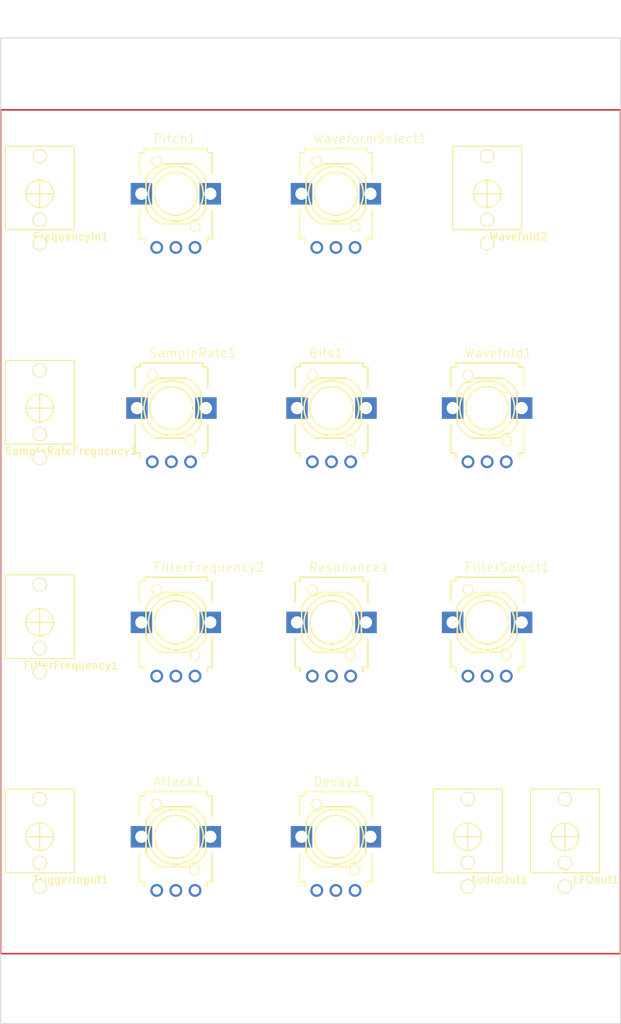
<source format=kicad_pcb>
(kicad_pcb (version 20221018) (generator pcbnew)
  (layers (0 "F.Cu" signal) (31 "B.Cu" signal) (34 "B.Paste" user) (35 "F.Paste" user) (36 "B.SilkS" user "B.Silkscreen") (37 "F.SilkS" user "F.Silkscreen") (38 "B.Mask" user) (39 "F.Mask" user) (44 "Edge.Cuts" user))
  (net 0 "")
  (footprint "Thonkiconn:PJ301M-12" (layer "F.Cu") (at 35.08 134.14)
    (fp_text reference "TriggerInput1" (at 4.064 5.588) (layer "F.SilkS"))
    (fp_text value "PJ301M-12")
    (fp_line (start -4.5 -6.2) (end -4.5 4.7) (stroke (width 0.15)) (layer "F.SilkS"))
    (fp_line (start -4.5 -6.2) (end 4.5 -6.2) (stroke (width 0.15)) (layer "F.SilkS"))
    (fp_line (start -4.5 4.7) (end 4.5 4.7) (stroke (width 0.15)) (layer "F.SilkS"))
    (fp_line (start -1.8 0) (end 1.8 0) (stroke (width 0.15)) (layer "F.SilkS"))
    (fp_line (start 0 -1.8) (end 0 1.8) (stroke (width 0.15)) (layer "F.SilkS"))
    (fp_line (start 4.5 -6.2) (end 4.5 4.7) (stroke (width 0.15)) (layer "F.SilkS"))
    (fp_circle (center 0 0) (end 1.8 0) (stroke (width 0.15)) (fill none) (layer "F.SilkS"))
    (pad "1" thru_hole circle (at 0 6.48) (size 1.8 1.8) (drill 1.6) (layers "*.Cu" "*.Mask" "F.SilkS"))
    (pad "2" thru_hole circle (at 0 3.38) (size 1.8 1.8) (drill 1.6) (layers "*.Cu" "*.Mask" "F.SilkS"))
    (pad "3" thru_hole circle (at 0 -4.92) (size 1.8 1.8) (drill 1.6) (layers "*.Cu" "*.Mask" "F.SilkS"))
  )
  (footprint "Thonkiconn:PJ301M-12" (layer "F.Cu") (at 35.08 50.32)
    (fp_text reference "FrequencyIn1" (at 4.064 5.588) (layer "F.SilkS"))
    (fp_text value "PJ301M-12")
    (fp_line (start -4.5 -6.2) (end -4.5 4.7) (stroke (width 0.15)) (layer "F.SilkS"))
    (fp_line (start -4.5 -6.2) (end 4.5 -6.2) (stroke (width 0.15)) (layer "F.SilkS"))
    (fp_line (start -4.5 4.7) (end 4.5 4.7) (stroke (width 0.15)) (layer "F.SilkS"))
    (fp_line (start -1.8 0) (end 1.8 0) (stroke (width 0.15)) (layer "F.SilkS"))
    (fp_line (start 0 -1.8) (end 0 1.8) (stroke (width 0.15)) (layer "F.SilkS"))
    (fp_line (start 4.5 -6.2) (end 4.5 4.7) (stroke (width 0.15)) (layer "F.SilkS"))
    (fp_circle (center 0 0) (end 1.8 0) (stroke (width 0.15)) (fill none) (layer "F.SilkS"))
    (pad "1" thru_hole circle (at 0 6.48) (size 1.8 1.8) (drill 1.6) (layers "*.Cu" "*.Mask" "F.SilkS"))
    (pad "2" thru_hole circle (at 0 3.38) (size 1.8 1.8) (drill 1.6) (layers "*.Cu" "*.Mask" "F.SilkS"))
    (pad "3" thru_hole circle (at 0 -4.92) (size 1.8 1.8) (drill 1.6) (layers "*.Cu" "*.Mask" "F.SilkS"))
  )
  (footprint "Alpha potentiometer eurorack:EVUFXL" (layer "F.Cu") (at 52.86 106.2)
    (fp_text reference "FilterFrequency2" (at -3 -6.5) (layer "F.SilkS") (effects (font (size 1.1684 1.1684) (thickness 0.1016)) (justify left bottom)))
    (fp_text value "B10k")
    (fp_line (start -4.75 -2.65) (end -4.75 -5.35) (stroke (width 0.2032)) (layer "F.SilkS"))
    (fp_line (start -4.75 5.85) (end -4.75 2.15) (stroke (width 0.2032)) (layer "F.SilkS"))
    (fp_line (start -4.75 5.85) (end -4.1 5.85) (stroke (width 0.2032)) (layer "F.SilkS"))
    (fp_line (start -4.1 -5.9) (end -4.1 -5.35) (stroke (width 0.2032)) (layer "F.SilkS"))
    (fp_line (start -4.1 -5.9) (end 4.1 -5.9) (stroke (width 0.2032)) (layer "F.SilkS"))
    (fp_line (start -4.1 -5.35) (end -4.75 -5.35) (stroke (width 0.2032)) (layer "F.SilkS"))
    (fp_line (start -4.1 5.85) (end -4.1 6.4) (stroke (width 0.2032)) (layer "F.SilkS"))
    (fp_line (start -3.9 -2.05) (end -3.9 2.05) (stroke (width 0.2032)) (layer "F.SilkS"))
    (fp_line (start -1.7 -3.9) (end 2.05 -3.9) (stroke (width 0.2032)) (layer "F.SilkS"))
    (fp_line (start 1.7 3.9) (end -2.05 3.9) (stroke (width 0.2032)) (layer "F.SilkS"))
    (fp_line (start 3.9 2.05) (end 3.9 -2.05) (stroke (width 0.2032)) (layer "F.SilkS"))
    (fp_line (start 4.1 -5.35) (end 4.1 -5.9) (stroke (width 0.2032)) (layer "F.SilkS"))
    (fp_line (start 4.1 5.85) (end 4.75 5.85) (stroke (width 0.2032)) (layer "F.SilkS"))
    (fp_line (start 4.1 6.4) (end 4.1 5.85) (stroke (width 0.2032)) (layer "F.SilkS"))
    (fp_line (start 4.75 -5.35) (end 4.1 -5.35) (stroke (width 0.2032)) (layer "F.SilkS"))
    (fp_line (start 4.75 -5.35) (end 4.75 -2.65) (stroke (width 0.2032)) (layer "F.SilkS"))
    (fp_line (start 4.75 2.15) (end 4.75 5.85) (stroke (width 0.2032)) (layer "F.SilkS"))
    (fp_arc (start -3.9 -2.05) (mid -3.402413 -2.802246) (end -2.75 -3.425) (stroke (width 0.2032)) (layer "F.SilkS"))
    (fp_arc (start -2.05 3.9) (mid -3.115486 3.115486) (end -3.9 2.05) (stroke (width 0.2032)) (layer "F.SilkS"))
    (fp_arc (start -1.700001 -3.899999) (mid -2.138487 -3.471258) (end -2.75 -3.425) (stroke (width 0.2032)) (layer "F.SilkS"))
    (fp_arc (start 1.700001 3.899999) (mid 2.138487 3.471258) (end 2.75 3.425) (stroke (width 0.2032)) (layer "F.SilkS"))
    (fp_arc (start 2.05 -3.9) (mid 3.115486 -3.115486) (end 3.9 -2.05) (stroke (width 0.2032)) (layer "F.SilkS"))
    (fp_arc (start 3.9 2.05) (mid 3.402413 2.802246) (end 2.75 3.425) (stroke (width 0.2032)) (layer "F.SilkS"))
    (fp_circle (center -2.5 -4.3) (end -1.85 -4.3) (stroke (width 0.1016)) (fill none) (layer "F.SilkS"))
    (fp_circle (center 0 0) (end 2.8 0) (stroke (width 0.2032)) (fill none) (layer "F.SilkS"))
    (fp_circle (center 0 0) (end 3.575 0) (stroke (width 0.2032)) (fill none) (layer "F.SilkS"))
    (fp_circle (center 2.5 4.3) (end 3.15 4.3) (stroke (width 0.1016)) (fill none) (layer "F.SilkS"))
    (pad "1" thru_hole circle (at -2.5 7 270) (size 1.6764 1.6764) (drill 1.1) (layers "*.Cu" "*.Mask"))
    (pad "2" thru_hole circle (at 0 7 270) (size 1.6764 1.6764) (drill 1.1) (layers "*.Cu" "*.Mask"))
    (pad "3" thru_hole circle (at 2.5 7 270) (size 1.6764 1.6764) (drill 1.1) (layers "*.Cu" "*.Mask"))
    (pad "M1" thru_hole rect (at 4.5 0 270) (size 2.8 2.8) (drill 1.6) (layers "*.Cu" "*.Mask"))
    (pad "M2" thru_hole rect (at -4.5 0 270) (size 2.8 2.8) (drill 1.6) (layers "*.Cu" "*.Mask"))
  )
  (footprint "Thonkiconn:PJ301M-12" (layer "F.Cu") (at 103.66 134.14)
    (fp_text reference "LFOout1" (at 4.064 5.588) (layer "F.SilkS"))
    (fp_text value "PJ301M-12")
    (fp_line (start -4.5 -6.2) (end -4.5 4.7) (stroke (width 0.15)) (layer "F.SilkS"))
    (fp_line (start -4.5 -6.2) (end 4.5 -6.2) (stroke (width 0.15)) (layer "F.SilkS"))
    (fp_line (start -4.5 4.7) (end 4.5 4.7) (stroke (width 0.15)) (layer "F.SilkS"))
    (fp_line (start -1.8 0) (end 1.8 0) (stroke (width 0.15)) (layer "F.SilkS"))
    (fp_line (start 0 -1.8) (end 0 1.8) (stroke (width 0.15)) (layer "F.SilkS"))
    (fp_line (start 4.5 -6.2) (end 4.5 4.7) (stroke (width 0.15)) (layer "F.SilkS"))
    (fp_circle (center 0 0) (end 1.8 0) (stroke (width 0.15)) (fill none) (layer "F.SilkS"))
    (pad "1" thru_hole circle (at 0 6.48) (size 1.8 1.8) (drill 1.6) (layers "*.Cu" "*.Mask" "F.SilkS"))
    (pad "2" thru_hole circle (at 0 3.38) (size 1.8 1.8) (drill 1.6) (layers "*.Cu" "*.Mask" "F.SilkS"))
    (pad "3" thru_hole circle (at 0 -4.92) (size 1.8 1.8) (drill 1.6) (layers "*.Cu" "*.Mask" "F.SilkS"))
  )
  (footprint "Alpha potentiometer eurorack:EVUFXL" (layer "F.Cu") (at 73.18 78.26)
    (fp_text reference "Bits1" (at -3 -6.5) (layer "F.SilkS") (effects (font (size 1.1684 1.1684) (thickness 0.1016)) (justify left bottom)))
    (fp_text value "B10k")
    (fp_line (start -4.75 -2.65) (end -4.75 -5.35) (stroke (width 0.2032)) (layer "F.SilkS"))
    (fp_line (start -4.75 5.85) (end -4.75 2.15) (stroke (width 0.2032)) (layer "F.SilkS"))
    (fp_line (start -4.75 5.85) (end -4.1 5.85) (stroke (width 0.2032)) (layer "F.SilkS"))
    (fp_line (start -4.1 -5.9) (end -4.1 -5.35) (stroke (width 0.2032)) (layer "F.SilkS"))
    (fp_line (start -4.1 -5.9) (end 4.1 -5.9) (stroke (width 0.2032)) (layer "F.SilkS"))
    (fp_line (start -4.1 -5.35) (end -4.75 -5.35) (stroke (width 0.2032)) (layer "F.SilkS"))
    (fp_line (start -4.1 5.85) (end -4.1 6.4) (stroke (width 0.2032)) (layer "F.SilkS"))
    (fp_line (start -3.9 -2.05) (end -3.9 2.05) (stroke (width 0.2032)) (layer "F.SilkS"))
    (fp_line (start -1.7 -3.9) (end 2.05 -3.9) (stroke (width 0.2032)) (layer "F.SilkS"))
    (fp_line (start 1.7 3.9) (end -2.05 3.9) (stroke (width 0.2032)) (layer "F.SilkS"))
    (fp_line (start 3.9 2.05) (end 3.9 -2.05) (stroke (width 0.2032)) (layer "F.SilkS"))
    (fp_line (start 4.1 -5.35) (end 4.1 -5.9) (stroke (width 0.2032)) (layer "F.SilkS"))
    (fp_line (start 4.1 5.85) (end 4.75 5.85) (stroke (width 0.2032)) (layer "F.SilkS"))
    (fp_line (start 4.1 6.4) (end 4.1 5.85) (stroke (width 0.2032)) (layer "F.SilkS"))
    (fp_line (start 4.75 -5.35) (end 4.1 -5.35) (stroke (width 0.2032)) (layer "F.SilkS"))
    (fp_line (start 4.75 -5.35) (end 4.75 -2.65) (stroke (width 0.2032)) (layer "F.SilkS"))
    (fp_line (start 4.75 2.15) (end 4.75 5.85) (stroke (width 0.2032)) (layer "F.SilkS"))
    (fp_arc (start -3.9 -2.05) (mid -3.402413 -2.802246) (end -2.75 -3.425) (stroke (width 0.2032)) (layer "F.SilkS"))
    (fp_arc (start -2.05 3.9) (mid -3.115486 3.115486) (end -3.9 2.05) (stroke (width 0.2032)) (layer "F.SilkS"))
    (fp_arc (start -1.700001 -3.899999) (mid -2.138487 -3.471258) (end -2.75 -3.425) (stroke (width 0.2032)) (layer "F.SilkS"))
    (fp_arc (start 1.700001 3.899999) (mid 2.138487 3.471258) (end 2.75 3.425) (stroke (width 0.2032)) (layer "F.SilkS"))
    (fp_arc (start 2.05 -3.9) (mid 3.115486 -3.115486) (end 3.9 -2.05) (stroke (width 0.2032)) (layer "F.SilkS"))
    (fp_arc (start 3.9 2.05) (mid 3.402413 2.802246) (end 2.75 3.425) (stroke (width 0.2032)) (layer "F.SilkS"))
    (fp_circle (center -2.5 -4.3) (end -1.85 -4.3) (stroke (width 0.1016)) (fill none) (layer "F.SilkS"))
    (fp_circle (center 0 0) (end 2.8 0) (stroke (width 0.2032)) (fill none) (layer "F.SilkS"))
    (fp_circle (center 0 0) (end 3.575 0) (stroke (width 0.2032)) (fill none) (layer "F.SilkS"))
    (fp_circle (center 2.5 4.3) (end 3.15 4.3) (stroke (width 0.1016)) (fill none) (layer "F.SilkS"))
    (pad "1" thru_hole circle (at -2.5 7 270) (size 1.6764 1.6764) (drill 1.1) (layers "*.Cu" "*.Mask"))
    (pad "2" thru_hole circle (at 0 7 270) (size 1.6764 1.6764) (drill 1.1) (layers "*.Cu" "*.Mask"))
    (pad "3" thru_hole circle (at 2.5 7 270) (size 1.6764 1.6764) (drill 1.1) (layers "*.Cu" "*.Mask"))
    (pad "M1" thru_hole rect (at 4.5 0 270) (size 2.8 2.8) (drill 1.6) (layers "*.Cu" "*.Mask"))
    (pad "M2" thru_hole rect (at -4.5 0 270) (size 2.8 2.8) (drill 1.6) (layers "*.Cu" "*.Mask"))
  )
  (footprint "Alpha potentiometer eurorack:EVUFXL" (layer "F.Cu") (at 93.5 78.26)
    (fp_text reference "Wavefold1" (at -3 -6.5) (layer "F.SilkS") (effects (font (size 1.1684 1.1684) (thickness 0.1016)) (justify left bottom)))
    (fp_text value "B10k")
    (fp_line (start -4.75 -2.65) (end -4.75 -5.35) (stroke (width 0.2032)) (layer "F.SilkS"))
    (fp_line (start -4.75 5.85) (end -4.75 2.15) (stroke (width 0.2032)) (layer "F.SilkS"))
    (fp_line (start -4.75 5.85) (end -4.1 5.85) (stroke (width 0.2032)) (layer "F.SilkS"))
    (fp_line (start -4.1 -5.9) (end -4.1 -5.35) (stroke (width 0.2032)) (layer "F.SilkS"))
    (fp_line (start -4.1 -5.9) (end 4.1 -5.9) (stroke (width 0.2032)) (layer "F.SilkS"))
    (fp_line (start -4.1 -5.35) (end -4.75 -5.35) (stroke (width 0.2032)) (layer "F.SilkS"))
    (fp_line (start -4.1 5.85) (end -4.1 6.4) (stroke (width 0.2032)) (layer "F.SilkS"))
    (fp_line (start -3.9 -2.05) (end -3.9 2.05) (stroke (width 0.2032)) (layer "F.SilkS"))
    (fp_line (start -1.7 -3.9) (end 2.05 -3.9) (stroke (width 0.2032)) (layer "F.SilkS"))
    (fp_line (start 1.7 3.9) (end -2.05 3.9) (stroke (width 0.2032)) (layer "F.SilkS"))
    (fp_line (start 3.9 2.05) (end 3.9 -2.05) (stroke (width 0.2032)) (layer "F.SilkS"))
    (fp_line (start 4.1 -5.35) (end 4.1 -5.9) (stroke (width 0.2032)) (layer "F.SilkS"))
    (fp_line (start 4.1 5.85) (end 4.75 5.85) (stroke (width 0.2032)) (layer "F.SilkS"))
    (fp_line (start 4.1 6.4) (end 4.1 5.85) (stroke (width 0.2032)) (layer "F.SilkS"))
    (fp_line (start 4.75 -5.35) (end 4.1 -5.35) (stroke (width 0.2032)) (layer "F.SilkS"))
    (fp_line (start 4.75 -5.35) (end 4.75 -2.65) (stroke (width 0.2032)) (layer "F.SilkS"))
    (fp_line (start 4.75 2.15) (end 4.75 5.85) (stroke (width 0.2032)) (layer "F.SilkS"))
    (fp_arc (start -3.9 -2.05) (mid -3.402413 -2.802246) (end -2.75 -3.425) (stroke (width 0.2032)) (layer "F.SilkS"))
    (fp_arc (start -2.05 3.9) (mid -3.115486 3.115486) (end -3.9 2.05) (stroke (width 0.2032)) (layer "F.SilkS"))
    (fp_arc (start -1.700001 -3.899999) (mid -2.138487 -3.471258) (end -2.75 -3.425) (stroke (width 0.2032)) (layer "F.SilkS"))
    (fp_arc (start 1.700001 3.899999) (mid 2.138487 3.471258) (end 2.75 3.425) (stroke (width 0.2032)) (layer "F.SilkS"))
    (fp_arc (start 2.05 -3.9) (mid 3.115486 -3.115486) (end 3.9 -2.05) (stroke (width 0.2032)) (layer "F.SilkS"))
    (fp_arc (start 3.9 2.05) (mid 3.402413 2.802246) (end 2.75 3.425) (stroke (width 0.2032)) (layer "F.SilkS"))
    (fp_circle (center -2.5 -4.3) (end -1.85 -4.3) (stroke (width 0.1016)) (fill none) (layer "F.SilkS"))
    (fp_circle (center 0 0) (end 2.8 0) (stroke (width 0.2032)) (fill none) (layer "F.SilkS"))
    (fp_circle (center 0 0) (end 3.575 0) (stroke (width 0.2032)) (fill none) (layer "F.SilkS"))
    (fp_circle (center 2.5 4.3) (end 3.15 4.3) (stroke (width 0.1016)) (fill none) (layer "F.SilkS"))
    (pad "1" thru_hole circle (at -2.5 7 270) (size 1.6764 1.6764) (drill 1.1) (layers "*.Cu" "*.Mask"))
    (pad "2" thru_hole circle (at 0 7 270) (size 1.6764 1.6764) (drill 1.1) (layers "*.Cu" "*.Mask"))
    (pad "3" thru_hole circle (at 2.5 7 270) (size 1.6764 1.6764) (drill 1.1) (layers "*.Cu" "*.Mask"))
    (pad "M1" thru_hole rect (at 4.5 0 270) (size 2.8 2.8) (drill 1.6) (layers "*.Cu" "*.Mask"))
    (pad "M2" thru_hole rect (at -4.5 0 270) (size 2.8 2.8) (drill 1.6) (layers "*.Cu" "*.Mask"))
  )
  (footprint "Thonkiconn:PJ301M-12" (layer "F.Cu") (at 35.08 106.2)
    (fp_text reference "FilterFrequency1" (at 4.064 5.588) (layer "F.SilkS"))
    (fp_text value "PJ301M-12")
    (fp_line (start -4.5 -6.2) (end -4.5 4.7) (stroke (width 0.15)) (layer "F.SilkS"))
    (fp_line (start -4.5 -6.2) (end 4.5 -6.2) (stroke (width 0.15)) (layer "F.SilkS"))
    (fp_line (start -4.5 4.7) (end 4.5 4.7) (stroke (width 0.15)) (layer "F.SilkS"))
    (fp_line (start -1.8 0) (end 1.8 0) (stroke (width 0.15)) (layer "F.SilkS"))
    (fp_line (start 0 -1.8) (end 0 1.8) (stroke (width 0.15)) (layer "F.SilkS"))
    (fp_line (start 4.5 -6.2) (end 4.5 4.7) (stroke (width 0.15)) (layer "F.SilkS"))
    (fp_circle (center 0 0) (end 1.8 0) (stroke (width 0.15)) (fill none) (layer "F.SilkS"))
    (pad "1" thru_hole circle (at 0 6.48) (size 1.8 1.8) (drill 1.6) (layers "*.Cu" "*.Mask" "F.SilkS"))
    (pad "2" thru_hole circle (at 0 3.38) (size 1.8 1.8) (drill 1.6) (layers "*.Cu" "*.Mask" "F.SilkS"))
    (pad "3" thru_hole circle (at 0 -4.92) (size 1.8 1.8) (drill 1.6) (layers "*.Cu" "*.Mask" "F.SilkS"))
  )
  (footprint "Alpha potentiometer eurorack:EVUFXL" (layer "F.Cu") (at 73.76 134.14)
    (fp_text reference "Decay1" (at -3 -6.5) (layer "F.SilkS") (effects (font (size 1.1684 1.1684) (thickness 0.1016)) (justify left bottom)))
    (fp_text value "B10k")
    (fp_line (start -4.75 -2.65) (end -4.75 -5.35) (stroke (width 0.2032)) (layer "F.SilkS"))
    (fp_line (start -4.75 5.85) (end -4.75 2.15) (stroke (width 0.2032)) (layer "F.SilkS"))
    (fp_line (start -4.75 5.85) (end -4.1 5.85) (stroke (width 0.2032)) (layer "F.SilkS"))
    (fp_line (start -4.1 -5.9) (end -4.1 -5.35) (stroke (width 0.2032)) (layer "F.SilkS"))
    (fp_line (start -4.1 -5.9) (end 4.1 -5.9) (stroke (width 0.2032)) (layer "F.SilkS"))
    (fp_line (start -4.1 -5.35) (end -4.75 -5.35) (stroke (width 0.2032)) (layer "F.SilkS"))
    (fp_line (start -4.1 5.85) (end -4.1 6.4) (stroke (width 0.2032)) (layer "F.SilkS"))
    (fp_line (start -3.9 -2.05) (end -3.9 2.05) (stroke (width 0.2032)) (layer "F.SilkS"))
    (fp_line (start -1.7 -3.9) (end 2.05 -3.9) (stroke (width 0.2032)) (layer "F.SilkS"))
    (fp_line (start 1.7 3.9) (end -2.05 3.9) (stroke (width 0.2032)) (layer "F.SilkS"))
    (fp_line (start 3.9 2.05) (end 3.9 -2.05) (stroke (width 0.2032)) (layer "F.SilkS"))
    (fp_line (start 4.1 -5.35) (end 4.1 -5.9) (stroke (width 0.2032)) (layer "F.SilkS"))
    (fp_line (start 4.1 5.85) (end 4.75 5.85) (stroke (width 0.2032)) (layer "F.SilkS"))
    (fp_line (start 4.1 6.4) (end 4.1 5.85) (stroke (width 0.2032)) (layer "F.SilkS"))
    (fp_line (start 4.75 -5.35) (end 4.1 -5.35) (stroke (width 0.2032)) (layer "F.SilkS"))
    (fp_line (start 4.75 -5.35) (end 4.75 -2.65) (stroke (width 0.2032)) (layer "F.SilkS"))
    (fp_line (start 4.75 2.15) (end 4.75 5.85) (stroke (width 0.2032)) (layer "F.SilkS"))
    (fp_arc (start -3.9 -2.05) (mid -3.402413 -2.802246) (end -2.75 -3.425) (stroke (width 0.2032)) (layer "F.SilkS"))
    (fp_arc (start -2.05 3.9) (mid -3.115486 3.115486) (end -3.9 2.05) (stroke (width 0.2032)) (layer "F.SilkS"))
    (fp_arc (start -1.700001 -3.899999) (mid -2.138487 -3.471258) (end -2.75 -3.425) (stroke (width 0.2032)) (layer "F.SilkS"))
    (fp_arc (start 1.700001 3.899999) (mid 2.138487 3.471258) (end 2.75 3.425) (stroke (width 0.2032)) (layer "F.SilkS"))
    (fp_arc (start 2.05 -3.9) (mid 3.115486 -3.115486) (end 3.9 -2.05) (stroke (width 0.2032)) (layer "F.SilkS"))
    (fp_arc (start 3.9 2.05) (mid 3.402413 2.802246) (end 2.75 3.425) (stroke (width 0.2032)) (layer "F.SilkS"))
    (fp_circle (center -2.5 -4.3) (end -1.85 -4.3) (stroke (width 0.1016)) (fill none) (layer "F.SilkS"))
    (fp_circle (center 0 0) (end 2.8 0) (stroke (width 0.2032)) (fill none) (layer "F.SilkS"))
    (fp_circle (center 0 0) (end 3.575 0) (stroke (width 0.2032)) (fill none) (layer "F.SilkS"))
    (fp_circle (center 2.5 4.3) (end 3.15 4.3) (stroke (width 0.1016)) (fill none) (layer "F.SilkS"))
    (pad "1" thru_hole circle (at -2.5 7 270) (size 1.6764 1.6764) (drill 1.1) (layers "*.Cu" "*.Mask"))
    (pad "2" thru_hole circle (at 0 7 270) (size 1.6764 1.6764) (drill 1.1) (layers "*.Cu" "*.Mask"))
    (pad "3" thru_hole circle (at 2.5 7 270) (size 1.6764 1.6764) (drill 1.1) (layers "*.Cu" "*.Mask"))
    (pad "M1" thru_hole rect (at 4.5 0 270) (size 2.8 2.8) (drill 1.6) (layers "*.Cu" "*.Mask"))
    (pad "M2" thru_hole rect (at -4.5 0 270) (size 2.8 2.8) (drill 1.6) (layers "*.Cu" "*.Mask"))
  )
  (footprint "Alpha potentiometer eurorack:EVUFXL" (layer "F.Cu") (at 52.28 78.26)
    (fp_text reference "SampleRate1" (at -3 -6.5) (layer "F.SilkS") (effects (font (size 1.1684 1.1684) (thickness 0.1016)) (justify left bottom)))
    (fp_text value "B10k")
    (fp_line (start -4.75 -2.65) (end -4.75 -5.35) (stroke (width 0.2032)) (layer "F.SilkS"))
    (fp_line (start -4.75 5.85) (end -4.75 2.15) (stroke (width 0.2032)) (layer "F.SilkS"))
    (fp_line (start -4.75 5.85) (end -4.1 5.85) (stroke (width 0.2032)) (layer "F.SilkS"))
    (fp_line (start -4.1 -5.9) (end -4.1 -5.35) (stroke (width 0.2032)) (layer "F.SilkS"))
    (fp_line (start -4.1 -5.9) (end 4.1 -5.9) (stroke (width 0.2032)) (layer "F.SilkS"))
    (fp_line (start -4.1 -5.35) (end -4.75 -5.35) (stroke (width 0.2032)) (layer "F.SilkS"))
    (fp_line (start -4.1 5.85) (end -4.1 6.4) (stroke (width 0.2032)) (layer "F.SilkS"))
    (fp_line (start -3.9 -2.05) (end -3.9 2.05) (stroke (width 0.2032)) (layer "F.SilkS"))
    (fp_line (start -1.7 -3.9) (end 2.05 -3.9) (stroke (width 0.2032)) (layer "F.SilkS"))
    (fp_line (start 1.7 3.9) (end -2.05 3.9) (stroke (width 0.2032)) (layer "F.SilkS"))
    (fp_line (start 3.9 2.05) (end 3.9 -2.05) (stroke (width 0.2032)) (layer "F.SilkS"))
    (fp_line (start 4.1 -5.35) (end 4.1 -5.9) (stroke (width 0.2032)) (layer "F.SilkS"))
    (fp_line (start 4.1 5.85) (end 4.75 5.85) (stroke (width 0.2032)) (layer "F.SilkS"))
    (fp_line (start 4.1 6.4) (end 4.1 5.85) (stroke (width 0.2032)) (layer "F.SilkS"))
    (fp_line (start 4.75 -5.35) (end 4.1 -5.35) (stroke (width 0.2032)) (layer "F.SilkS"))
    (fp_line (start 4.75 -5.35) (end 4.75 -2.65) (stroke (width 0.2032)) (layer "F.SilkS"))
    (fp_line (start 4.75 2.15) (end 4.75 5.85) (stroke (width 0.2032)) (layer "F.SilkS"))
    (fp_arc (start -3.9 -2.05) (mid -3.402413 -2.802246) (end -2.75 -3.425) (stroke (width 0.2032)) (layer "F.SilkS"))
    (fp_arc (start -2.05 3.9) (mid -3.115486 3.115486) (end -3.9 2.05) (stroke (width 0.2032)) (layer "F.SilkS"))
    (fp_arc (start -1.700001 -3.899999) (mid -2.138487 -3.471258) (end -2.75 -3.425) (stroke (width 0.2032)) (layer "F.SilkS"))
    (fp_arc (start 1.700001 3.899999) (mid 2.138487 3.471258) (end 2.75 3.425) (stroke (width 0.2032)) (layer "F.SilkS"))
    (fp_arc (start 2.05 -3.9) (mid 3.115486 -3.115486) (end 3.9 -2.05) (stroke (width 0.2032)) (layer "F.SilkS"))
    (fp_arc (start 3.9 2.05) (mid 3.402413 2.802246) (end 2.75 3.425) (stroke (width 0.2032)) (layer "F.SilkS"))
    (fp_circle (center -2.5 -4.3) (end -1.85 -4.3) (stroke (width 0.1016)) (fill none) (layer "F.SilkS"))
    (fp_circle (center 0 0) (end 2.8 0) (stroke (width 0.2032)) (fill none) (layer "F.SilkS"))
    (fp_circle (center 0 0) (end 3.575 0) (stroke (width 0.2032)) (fill none) (layer "F.SilkS"))
    (fp_circle (center 2.5 4.3) (end 3.15 4.3) (stroke (width 0.1016)) (fill none) (layer "F.SilkS"))
    (pad "1" thru_hole circle (at -2.5 7 270) (size 1.6764 1.6764) (drill 1.1) (layers "*.Cu" "*.Mask"))
    (pad "2" thru_hole circle (at 0 7 270) (size 1.6764 1.6764) (drill 1.1) (layers "*.Cu" "*.Mask"))
    (pad "3" thru_hole circle (at 2.5 7 270) (size 1.6764 1.6764) (drill 1.1) (layers "*.Cu" "*.Mask"))
    (pad "M1" thru_hole rect (at 4.5 0 270) (size 2.8 2.8) (drill 1.6) (layers "*.Cu" "*.Mask"))
    (pad "M2" thru_hole rect (at -4.5 0 270) (size 2.8 2.8) (drill 1.6) (layers "*.Cu" "*.Mask"))
  )
  (footprint "Alpha potentiometer eurorack:EVUFXL" (layer "F.Cu") (at 73.76 50.32)
    (fp_text reference "WaveformSelect1" (at -3 -6.5) (layer "F.SilkS") (effects (font (size 1.1684 1.1684) (thickness 0.1016)) (justify left bottom)))
    (fp_text value "B10k")
    (fp_line (start -4.75 -2.65) (end -4.75 -5.35) (stroke (width 0.2032)) (layer "F.SilkS"))
    (fp_line (start -4.75 5.85) (end -4.75 2.15) (stroke (width 0.2032)) (layer "F.SilkS"))
    (fp_line (start -4.75 5.85) (end -4.1 5.85) (stroke (width 0.2032)) (layer "F.SilkS"))
    (fp_line (start -4.1 -5.9) (end -4.1 -5.35) (stroke (width 0.2032)) (layer "F.SilkS"))
    (fp_line (start -4.1 -5.9) (end 4.1 -5.9) (stroke (width 0.2032)) (layer "F.SilkS"))
    (fp_line (start -4.1 -5.35) (end -4.75 -5.35) (stroke (width 0.2032)) (layer "F.SilkS"))
    (fp_line (start -4.1 5.85) (end -4.1 6.4) (stroke (width 0.2032)) (layer "F.SilkS"))
    (fp_line (start -3.9 -2.05) (end -3.9 2.05) (stroke (width 0.2032)) (layer "F.SilkS"))
    (fp_line (start -1.7 -3.9) (end 2.05 -3.9) (stroke (width 0.2032)) (layer "F.SilkS"))
    (fp_line (start 1.7 3.9) (end -2.05 3.9) (stroke (width 0.2032)) (layer "F.SilkS"))
    (fp_line (start 3.9 2.05) (end 3.9 -2.05) (stroke (width 0.2032)) (layer "F.SilkS"))
    (fp_line (start 4.1 -5.35) (end 4.1 -5.9) (stroke (width 0.2032)) (layer "F.SilkS"))
    (fp_line (start 4.1 5.85) (end 4.75 5.85) (stroke (width 0.2032)) (layer "F.SilkS"))
    (fp_line (start 4.1 6.4) (end 4.1 5.85) (stroke (width 0.2032)) (layer "F.SilkS"))
    (fp_line (start 4.75 -5.35) (end 4.1 -5.35) (stroke (width 0.2032)) (layer "F.SilkS"))
    (fp_line (start 4.75 -5.35) (end 4.75 -2.65) (stroke (width 0.2032)) (layer "F.SilkS"))
    (fp_line (start 4.75 2.15) (end 4.75 5.85) (stroke (width 0.2032)) (layer "F.SilkS"))
    (fp_arc (start -3.9 -2.05) (mid -3.402413 -2.802246) (end -2.75 -3.425) (stroke (width 0.2032)) (layer "F.SilkS"))
    (fp_arc (start -2.05 3.9) (mid -3.115486 3.115486) (end -3.9 2.05) (stroke (width 0.2032)) (layer "F.SilkS"))
    (fp_arc (start -1.700001 -3.899999) (mid -2.138487 -3.471258) (end -2.75 -3.425) (stroke (width 0.2032)) (layer "F.SilkS"))
    (fp_arc (start 1.700001 3.899999) (mid 2.138487 3.471258) (end 2.75 3.425) (stroke (width 0.2032)) (layer "F.SilkS"))
    (fp_arc (start 2.05 -3.9) (mid 3.115486 -3.115486) (end 3.9 -2.05) (stroke (width 0.2032)) (layer "F.SilkS"))
    (fp_arc (start 3.9 2.05) (mid 3.402413 2.802246) (end 2.75 3.425) (stroke (width 0.2032)) (layer "F.SilkS"))
    (fp_circle (center -2.5 -4.3) (end -1.85 -4.3) (stroke (width 0.1016)) (fill none) (layer "F.SilkS"))
    (fp_circle (center 0 0) (end 2.8 0) (stroke (width 0.2032)) (fill none) (layer "F.SilkS"))
    (fp_circle (center 0 0) (end 3.575 0) (stroke (width 0.2032)) (fill none) (layer "F.SilkS"))
    (fp_circle (center 2.5 4.3) (end 3.15 4.3) (stroke (width 0.1016)) (fill none) (layer "F.SilkS"))
    (pad "1" thru_hole circle (at -2.5 7 270) (size 1.6764 1.6764) (drill 1.1) (layers "*.Cu" "*.Mask"))
    (pad "2" thru_hole circle (at 0 7 270) (size 1.6764 1.6764) (drill 1.1) (layers "*.Cu" "*.Mask"))
    (pad "3" thru_hole circle (at 2.5 7 270) (size 1.6764 1.6764) (drill 1.1) (layers "*.Cu" "*.Mask"))
    (pad "M1" thru_hole rect (at 4.5 0 270) (size 2.8 2.8) (drill 1.6) (layers "*.Cu" "*.Mask"))
    (pad "M2" thru_hole rect (at -4.5 0 270) (size 2.8 2.8) (drill 1.6) (layers "*.Cu" "*.Mask"))
  )
  (footprint "Alpha potentiometer eurorack:EVUFXL" (layer "F.Cu") (at 73.18 106.2)
    (fp_text reference "Resonance1" (at -3 -6.5) (layer "F.SilkS") (effects (font (size 1.1684 1.1684) (thickness 0.1016)) (justify left bottom)))
    (fp_text value "B10k")
    (fp_line (start -4.75 -2.65) (end -4.75 -5.35) (stroke (width 0.2032)) (layer "F.SilkS"))
    (fp_line (start -4.75 5.85) (end -4.75 2.15) (stroke (width 0.2032)) (layer "F.SilkS"))
    (fp_line (start -4.75 5.85) (end -4.1 5.85) (stroke (width 0.2032)) (layer "F.SilkS"))
    (fp_line (start -4.1 -5.9) (end -4.1 -5.35) (stroke (width 0.2032)) (layer "F.SilkS"))
    (fp_line (start -4.1 -5.9) (end 4.1 -5.9) (stroke (width 0.2032)) (layer "F.SilkS"))
    (fp_line (start -4.1 -5.35) (end -4.75 -5.35) (stroke (width 0.2032)) (layer "F.SilkS"))
    (fp_line (start -4.1 5.85) (end -4.1 6.4) (stroke (width 0.2032)) (layer "F.SilkS"))
    (fp_line (start -3.9 -2.05) (end -3.9 2.05) (stroke (width 0.2032)) (layer "F.SilkS"))
    (fp_line (start -1.7 -3.9) (end 2.05 -3.9) (stroke (width 0.2032)) (layer "F.SilkS"))
    (fp_line (start 1.7 3.9) (end -2.05 3.9) (stroke (width 0.2032)) (layer "F.SilkS"))
    (fp_line (start 3.9 2.05) (end 3.9 -2.05) (stroke (width 0.2032)) (layer "F.SilkS"))
    (fp_line (start 4.1 -5.35) (end 4.1 -5.9) (stroke (width 0.2032)) (layer "F.SilkS"))
    (fp_line (start 4.1 5.85) (end 4.75 5.85) (stroke (width 0.2032)) (layer "F.SilkS"))
    (fp_line (start 4.1 6.4) (end 4.1 5.85) (stroke (width 0.2032)) (layer "F.SilkS"))
    (fp_line (start 4.75 -5.35) (end 4.1 -5.35) (stroke (width 0.2032)) (layer "F.SilkS"))
    (fp_line (start 4.75 -5.35) (end 4.75 -2.65) (stroke (width 0.2032)) (layer "F.SilkS"))
    (fp_line (start 4.75 2.15) (end 4.75 5.85) (stroke (width 0.2032)) (layer "F.SilkS"))
    (fp_arc (start -3.9 -2.05) (mid -3.402413 -2.802246) (end -2.75 -3.425) (stroke (width 0.2032)) (layer "F.SilkS"))
    (fp_arc (start -2.05 3.9) (mid -3.115486 3.115486) (end -3.9 2.05) (stroke (width 0.2032)) (layer "F.SilkS"))
    (fp_arc (start -1.700001 -3.899999) (mid -2.138487 -3.471258) (end -2.75 -3.425) (stroke (width 0.2032)) (layer "F.SilkS"))
    (fp_arc (start 1.700001 3.899999) (mid 2.138487 3.471258) (end 2.75 3.425) (stroke (width 0.2032)) (layer "F.SilkS"))
    (fp_arc (start 2.05 -3.9) (mid 3.115486 -3.115486) (end 3.9 -2.05) (stroke (width 0.2032)) (layer "F.SilkS"))
    (fp_arc (start 3.9 2.05) (mid 3.402413 2.802246) (end 2.75 3.425) (stroke (width 0.2032)) (layer "F.SilkS"))
    (fp_circle (center -2.5 -4.3) (end -1.85 -4.3) (stroke (width 0.1016)) (fill none) (layer "F.SilkS"))
    (fp_circle (center 0 0) (end 2.8 0) (stroke (width 0.2032)) (fill none) (layer "F.SilkS"))
    (fp_circle (center 0 0) (end 3.575 0) (stroke (width 0.2032)) (fill none) (layer "F.SilkS"))
    (fp_circle (center 2.5 4.3) (end 3.15 4.3) (stroke (width 0.1016)) (fill none) (layer "F.SilkS"))
    (pad "1" thru_hole circle (at -2.5 7 270) (size 1.6764 1.6764) (drill 1.1) (layers "*.Cu" "*.Mask"))
    (pad "2" thru_hole circle (at 0 7 270) (size 1.6764 1.6764) (drill 1.1) (layers "*.Cu" "*.Mask"))
    (pad "3" thru_hole circle (at 2.5 7 270) (size 1.6764 1.6764) (drill 1.1) (layers "*.Cu" "*.Mask"))
    (pad "M1" thru_hole rect (at 4.5 0 270) (size 2.8 2.8) (drill 1.6) (layers "*.Cu" "*.Mask"))
    (pad "M2" thru_hole rect (at -4.5 0 270) (size 2.8 2.8) (drill 1.6) (layers "*.Cu" "*.Mask"))
  )
  (footprint "Thonkiconn:PJ301M-12" (layer "F.Cu") (at 35.08 78.26)
    (fp_text reference "SampleRateFrequency1" (at 4.064 5.588) (layer "F.SilkS"))
    (fp_text value "PJ301M-12")
    (fp_line (start -4.5 -6.2) (end -4.5 4.7) (stroke (width 0.15)) (layer "F.SilkS"))
    (fp_line (start -4.5 -6.2) (end 4.5 -6.2) (stroke (width 0.15)) (layer "F.SilkS"))
    (fp_line (start -4.5 4.7) (end 4.5 4.7) (stroke (width 0.15)) (layer "F.SilkS"))
    (fp_line (start -1.8 0) (end 1.8 0) (stroke (width 0.15)) (layer "F.SilkS"))
    (fp_line (start 0 -1.8) (end 0 1.8) (stroke (width 0.15)) (layer "F.SilkS"))
    (fp_line (start 4.5 -6.2) (end 4.5 4.7) (stroke (width 0.15)) (layer "F.SilkS"))
    (fp_circle (center 0 0) (end 1.8 0) (stroke (width 0.15)) (fill none) (layer "F.SilkS"))
    (pad "1" thru_hole circle (at 0 6.48) (size 1.8 1.8) (drill 1.6) (layers "*.Cu" "*.Mask" "F.SilkS"))
    (pad "2" thru_hole circle (at 0 3.38) (size 1.8 1.8) (drill 1.6) (layers "*.Cu" "*.Mask" "F.SilkS"))
    (pad "3" thru_hole circle (at 0 -4.92) (size 1.8 1.8) (drill 1.6) (layers "*.Cu" "*.Mask" "F.SilkS"))
  )
  (footprint "Alpha potentiometer eurorack:EVUFXL" (layer "F.Cu") (at 52.86 50.32)
    (fp_text reference "Pitch1" (at -3 -6.5) (layer "F.SilkS") (effects (font (size 1.1684 1.1684) (thickness 0.1016)) (justify left bottom)))
    (fp_text value "B10k")
    (fp_line (start -4.75 -2.65) (end -4.75 -5.35) (stroke (width 0.2032)) (layer "F.SilkS"))
    (fp_line (start -4.75 5.85) (end -4.75 2.15) (stroke (width 0.2032)) (layer "F.SilkS"))
    (fp_line (start -4.75 5.85) (end -4.1 5.85) (stroke (width 0.2032)) (layer "F.SilkS"))
    (fp_line (start -4.1 -5.9) (end -4.1 -5.35) (stroke (width 0.2032)) (layer "F.SilkS"))
    (fp_line (start -4.1 -5.9) (end 4.1 -5.9) (stroke (width 0.2032)) (layer "F.SilkS"))
    (fp_line (start -4.1 -5.35) (end -4.75 -5.35) (stroke (width 0.2032)) (layer "F.SilkS"))
    (fp_line (start -4.1 5.85) (end -4.1 6.4) (stroke (width 0.2032)) (layer "F.SilkS"))
    (fp_line (start -3.9 -2.05) (end -3.9 2.05) (stroke (width 0.2032)) (layer "F.SilkS"))
    (fp_line (start -1.7 -3.9) (end 2.05 -3.9) (stroke (width 0.2032)) (layer "F.SilkS"))
    (fp_line (start 1.7 3.9) (end -2.05 3.9) (stroke (width 0.2032)) (layer "F.SilkS"))
    (fp_line (start 3.9 2.05) (end 3.9 -2.05) (stroke (width 0.2032)) (layer "F.SilkS"))
    (fp_line (start 4.1 -5.35) (end 4.1 -5.9) (stroke (width 0.2032)) (layer "F.SilkS"))
    (fp_line (start 4.1 5.85) (end 4.75 5.85) (stroke (width 0.2032)) (layer "F.SilkS"))
    (fp_line (start 4.1 6.4) (end 4.1 5.85) (stroke (width 0.2032)) (layer "F.SilkS"))
    (fp_line (start 4.75 -5.35) (end 4.1 -5.35) (stroke (width 0.2032)) (layer "F.SilkS"))
    (fp_line (start 4.75 -5.35) (end 4.75 -2.65) (stroke (width 0.2032)) (layer "F.SilkS"))
    (fp_line (start 4.75 2.15) (end 4.75 5.85) (stroke (width 0.2032)) (layer "F.SilkS"))
    (fp_arc (start -3.9 -2.05) (mid -3.402413 -2.802246) (end -2.75 -3.425) (stroke (width 0.2032)) (layer "F.SilkS"))
    (fp_arc (start -2.05 3.9) (mid -3.115486 3.115486) (end -3.9 2.05) (stroke (width 0.2032)) (layer "F.SilkS"))
    (fp_arc (start -1.700001 -3.899999) (mid -2.138487 -3.471258) (end -2.75 -3.425) (stroke (width 0.2032)) (layer "F.SilkS"))
    (fp_arc (start 1.700001 3.899999) (mid 2.138487 3.471258) (end 2.75 3.425) (stroke (width 0.2032)) (layer "F.SilkS"))
    (fp_arc (start 2.05 -3.9) (mid 3.115486 -3.115486) (end 3.9 -2.05) (stroke (width 0.2032)) (layer "F.SilkS"))
    (fp_arc (start 3.9 2.05) (mid 3.402413 2.802246) (end 2.75 3.425) (stroke (width 0.2032)) (layer "F.SilkS"))
    (fp_circle (center -2.5 -4.3) (end -1.85 -4.3) (stroke (width 0.1016)) (fill none) (layer "F.SilkS"))
    (fp_circle (center 0 0) (end 2.8 0) (stroke (width 0.2032)) (fill none) (layer "F.SilkS"))
    (fp_circle (center 0 0) (end 3.575 0) (stroke (width 0.2032)) (fill none) (layer "F.SilkS"))
    (fp_circle (center 2.5 4.3) (end 3.15 4.3) (stroke (width 0.1016)) (fill none) (layer "F.SilkS"))
    (pad "1" thru_hole circle (at -2.5 7 270) (size 1.6764 1.6764) (drill 1.1) (layers "*.Cu" "*.Mask"))
    (pad "2" thru_hole circle (at 0 7 270) (size 1.6764 1.6764) (drill 1.1) (layers "*.Cu" "*.Mask"))
    (pad "3" thru_hole circle (at 2.5 7 270) (size 1.6764 1.6764) (drill 1.1) (layers "*.Cu" "*.Mask"))
    (pad "M1" thru_hole rect (at 4.5 0 270) (size 2.8 2.8) (drill 1.6) (layers "*.Cu" "*.Mask"))
    (pad "M2" thru_hole rect (at -4.5 0 270) (size 2.8 2.8) (drill 1.6) (layers "*.Cu" "*.Mask"))
  )
  (footprint "Alpha potentiometer eurorack:EVUFXL" (layer "F.Cu") (at 93.5 106.2)
    (fp_text reference "FilterSelect1" (at -3 -6.5) (layer "F.SilkS") (effects (font (size 1.1684 1.1684) (thickness 0.1016)) (justify left bottom)))
    (fp_text value "B10k")
    (fp_line (start -4.75 -2.65) (end -4.75 -5.35) (stroke (width 0.2032)) (layer "F.SilkS"))
    (fp_line (start -4.75 5.85) (end -4.75 2.15) (stroke (width 0.2032)) (layer "F.SilkS"))
    (fp_line (start -4.75 5.85) (end -4.1 5.85) (stroke (width 0.2032)) (layer "F.SilkS"))
    (fp_line (start -4.1 -5.9) (end -4.1 -5.35) (stroke (width 0.2032)) (layer "F.SilkS"))
    (fp_line (start -4.1 -5.9) (end 4.1 -5.9) (stroke (width 0.2032)) (layer "F.SilkS"))
    (fp_line (start -4.1 -5.35) (end -4.75 -5.35) (stroke (width 0.2032)) (layer "F.SilkS"))
    (fp_line (start -4.1 5.85) (end -4.1 6.4) (stroke (width 0.2032)) (layer "F.SilkS"))
    (fp_line (start -3.9 -2.05) (end -3.9 2.05) (stroke (width 0.2032)) (layer "F.SilkS"))
    (fp_line (start -1.7 -3.9) (end 2.05 -3.9) (stroke (width 0.2032)) (layer "F.SilkS"))
    (fp_line (start 1.7 3.9) (end -2.05 3.9) (stroke (width 0.2032)) (layer "F.SilkS"))
    (fp_line (start 3.9 2.05) (end 3.9 -2.05) (stroke (width 0.2032)) (layer "F.SilkS"))
    (fp_line (start 4.1 -5.35) (end 4.1 -5.9) (stroke (width 0.2032)) (layer "F.SilkS"))
    (fp_line (start 4.1 5.85) (end 4.75 5.85) (stroke (width 0.2032)) (layer "F.SilkS"))
    (fp_line (start 4.1 6.4) (end 4.1 5.85) (stroke (width 0.2032)) (layer "F.SilkS"))
    (fp_line (start 4.75 -5.35) (end 4.1 -5.35) (stroke (width 0.2032)) (layer "F.SilkS"))
    (fp_line (start 4.75 -5.35) (end 4.75 -2.65) (stroke (width 0.2032)) (layer "F.SilkS"))
    (fp_line (start 4.75 2.15) (end 4.75 5.85) (stroke (width 0.2032)) (layer "F.SilkS"))
    (fp_arc (start -3.9 -2.05) (mid -3.402413 -2.802246) (end -2.75 -3.425) (stroke (width 0.2032)) (layer "F.SilkS"))
    (fp_arc (start -2.05 3.9) (mid -3.115486 3.115486) (end -3.9 2.05) (stroke (width 0.2032)) (layer "F.SilkS"))
    (fp_arc (start -1.700001 -3.899999) (mid -2.138487 -3.471258) (end -2.75 -3.425) (stroke (width 0.2032)) (layer "F.SilkS"))
    (fp_arc (start 1.700001 3.899999) (mid 2.138487 3.471258) (end 2.75 3.425) (stroke (width 0.2032)) (layer "F.SilkS"))
    (fp_arc (start 2.05 -3.9) (mid 3.115486 -3.115486) (end 3.9 -2.05) (stroke (width 0.2032)) (layer "F.SilkS"))
    (fp_arc (start 3.9 2.05) (mid 3.402413 2.802246) (end 2.75 3.425) (stroke (width 0.2032)) (layer "F.SilkS"))
    (fp_circle (center -2.5 -4.3) (end -1.85 -4.3) (stroke (width 0.1016)) (fill none) (layer "F.SilkS"))
    (fp_circle (center 0 0) (end 2.8 0) (stroke (width 0.2032)) (fill none) (layer "F.SilkS"))
    (fp_circle (center 0 0) (end 3.575 0) (stroke (width 0.2032)) (fill none) (layer "F.SilkS"))
    (fp_circle (center 2.5 4.3) (end 3.15 4.3) (stroke (width 0.1016)) (fill none) (layer "F.SilkS"))
    (pad "1" thru_hole circle (at -2.5 7 270) (size 1.6764 1.6764) (drill 1.1) (layers "*.Cu" "*.Mask"))
    (pad "2" thru_hole circle (at 0 7 270) (size 1.6764 1.6764) (drill 1.1) (layers "*.Cu" "*.Mask"))
    (pad "3" thru_hole circle (at 2.5 7 270) (size 1.6764 1.6764) (drill 1.1) (layers "*.Cu" "*.Mask"))
    (pad "M1" thru_hole rect (at 4.5 0 270) (size 2.8 2.8) (drill 1.6) (layers "*.Cu" "*.Mask"))
    (pad "M2" thru_hole rect (at -4.5 0 270) (size 2.8 2.8) (drill 1.6) (layers "*.Cu" "*.Mask"))
  )
  (footprint "Thonkiconn:PJ301M-12" (layer "F.Cu") (at 93.5 50.32)
    (fp_text reference "Wavefold2" (at 4.064 5.588) (layer "F.SilkS"))
    (fp_text value "PJ301M-12")
    (fp_line (start -4.5 -6.2) (end -4.5 4.7) (stroke (width 0.15)) (layer "F.SilkS"))
    (fp_line (start -4.5 -6.2) (end 4.5 -6.2) (stroke (width 0.15)) (layer "F.SilkS"))
    (fp_line (start -4.5 4.7) (end 4.5 4.7) (stroke (width 0.15)) (layer "F.SilkS"))
    (fp_line (start -1.8 0) (end 1.8 0) (stroke (width 0.15)) (layer "F.SilkS"))
    (fp_line (start 0 -1.8) (end 0 1.8) (stroke (width 0.15)) (layer "F.SilkS"))
    (fp_line (start 4.5 -6.2) (end 4.5 4.7) (stroke (width 0.15)) (layer "F.SilkS"))
    (fp_circle (center 0 0) (end 1.8 0) (stroke (width 0.15)) (fill none) (layer "F.SilkS"))
    (pad "1" thru_hole circle (at 0 6.48) (size 1.8 1.8) (drill 1.6) (layers "*.Cu" "*.Mask" "F.SilkS"))
    (pad "2" thru_hole circle (at 0 3.38) (size 1.8 1.8) (drill 1.6) (layers "*.Cu" "*.Mask" "F.SilkS"))
    (pad "3" thru_hole circle (at 0 -4.92) (size 1.8 1.8) (drill 1.6) (layers "*.Cu" "*.Mask" "F.SilkS"))
  )
  (footprint "Thonkiconn:PJ301M-12" (layer "F.Cu") (at 90.96 134.14)
    (fp_text reference "AudioOut1" (at 4.064 5.588) (layer "F.SilkS"))
    (fp_text value "PJ301M-12")
    (fp_line (start -4.5 -6.2) (end -4.5 4.7) (stroke (width 0.15)) (layer "F.SilkS"))
    (fp_line (start -4.5 -6.2) (end 4.5 -6.2) (stroke (width 0.15)) (layer "F.SilkS"))
    (fp_line (start -4.5 4.7) (end 4.5 4.7) (stroke (width 0.15)) (layer "F.SilkS"))
    (fp_line (start -1.8 0) (end 1.8 0) (stroke (width 0.15)) (layer "F.SilkS"))
    (fp_line (start 0 -1.8) (end 0 1.8) (stroke (width 0.15)) (layer "F.SilkS"))
    (fp_line (start 4.5 -6.2) (end 4.5 4.7) (stroke (width 0.15)) (layer "F.SilkS"))
    (fp_circle (center 0 0) (end 1.8 0) (stroke (width 0.15)) (fill none) (layer "F.SilkS"))
    (pad "1" thru_hole circle (at 0 6.48) (size 1.8 1.8) (drill 1.6) (layers "*.Cu" "*.Mask" "F.SilkS"))
    (pad "2" thru_hole circle (at 0 3.38) (size 1.8 1.8) (drill 1.6) (layers "*.Cu" "*.Mask" "F.SilkS"))
    (pad "3" thru_hole circle (at 0 -4.92) (size 1.8 1.8) (drill 1.6) (layers "*.Cu" "*.Mask" "F.SilkS"))
  )
  (footprint "Alpha potentiometer eurorack:EVUFXL" (layer "F.Cu") (at 52.86 134.14)
    (fp_text reference "Attack1" (at -3 -6.5) (layer "F.SilkS") (effects (font (size 1.1684 1.1684) (thickness 0.1016)) (justify left bottom)))
    (fp_text value "B10k")
    (fp_line (start -4.75 -2.65) (end -4.75 -5.35) (stroke (width 0.2032)) (layer "F.SilkS"))
    (fp_line (start -4.75 5.85) (end -4.75 2.15) (stroke (width 0.2032)) (layer "F.SilkS"))
    (fp_line (start -4.75 5.85) (end -4.1 5.85) (stroke (width 0.2032)) (layer "F.SilkS"))
    (fp_line (start -4.1 -5.9) (end -4.1 -5.35) (stroke (width 0.2032)) (layer "F.SilkS"))
    (fp_line (start -4.1 -5.9) (end 4.1 -5.9) (stroke (width 0.2032)) (layer "F.SilkS"))
    (fp_line (start -4.1 -5.35) (end -4.75 -5.35) (stroke (width 0.2032)) (layer "F.SilkS"))
    (fp_line (start -4.1 5.85) (end -4.1 6.4) (stroke (width 0.2032)) (layer "F.SilkS"))
    (fp_line (start -3.9 -2.05) (end -3.9 2.05) (stroke (width 0.2032)) (layer "F.SilkS"))
    (fp_line (start -1.7 -3.9) (end 2.05 -3.9) (stroke (width 0.2032)) (layer "F.SilkS"))
    (fp_line (start 1.7 3.9) (end -2.05 3.9) (stroke (width 0.2032)) (layer "F.SilkS"))
    (fp_line (start 3.9 2.05) (end 3.9 -2.05) (stroke (width 0.2032)) (layer "F.SilkS"))
    (fp_line (start 4.1 -5.35) (end 4.1 -5.9) (stroke (width 0.2032)) (layer "F.SilkS"))
    (fp_line (start 4.1 5.85) (end 4.75 5.85) (stroke (width 0.2032)) (layer "F.SilkS"))
    (fp_line (start 4.1 6.4) (end 4.1 5.85) (stroke (width 0.2032)) (layer "F.SilkS"))
    (fp_line (start 4.75 -5.35) (end 4.1 -5.35) (stroke (width 0.2032)) (layer "F.SilkS"))
    (fp_line (start 4.75 -5.35) (end 4.75 -2.65) (stroke (width 0.2032)) (layer "F.SilkS"))
    (fp_line (start 4.75 2.15) (end 4.75 5.85) (stroke (width 0.2032)) (layer "F.SilkS"))
    (fp_arc (start -3.9 -2.05) (mid -3.402413 -2.802246) (end -2.75 -3.425) (stroke (width 0.2032)) (layer "F.SilkS"))
    (fp_arc (start -2.05 3.9) (mid -3.115486 3.115486) (end -3.9 2.05) (stroke (width 0.2032)) (layer "F.SilkS"))
    (fp_arc (start -1.700001 -3.899999) (mid -2.138487 -3.471258) (end -2.75 -3.425) (stroke (width 0.2032)) (layer "F.SilkS"))
    (fp_arc (start 1.700001 3.899999) (mid 2.138487 3.471258) (end 2.75 3.425) (stroke (width 0.2032)) (layer "F.SilkS"))
    (fp_arc (start 2.05 -3.9) (mid 3.115486 -3.115486) (end 3.9 -2.05) (stroke (width 0.2032)) (layer "F.SilkS"))
    (fp_arc (start 3.9 2.05) (mid 3.402413 2.802246) (end 2.75 3.425) (stroke (width 0.2032)) (layer "F.SilkS"))
    (fp_circle (center -2.5 -4.3) (end -1.85 -4.3) (stroke (width 0.1016)) (fill none) (layer "F.SilkS"))
    (fp_circle (center 0 0) (end 2.8 0) (stroke (width 0.2032)) (fill none) (layer "F.SilkS"))
    (fp_circle (center 0 0) (end 3.575 0) (stroke (width 0.2032)) (fill none) (layer "F.SilkS"))
    (fp_circle (center 2.5 4.3) (end 3.15 4.3) (stroke (width 0.1016)) (fill none) (layer "F.SilkS"))
    (pad "1" thru_hole circle (at -2.5 7 270) (size 1.6764 1.6764) (drill 1.1) (layers "*.Cu" "*.Mask"))
    (pad "2" thru_hole circle (at 0 7 270) (size 1.6764 1.6764) (drill 1.1) (layers "*.Cu" "*.Mask"))
    (pad "3" thru_hole circle (at 2.5 7 270) (size 1.6764 1.6764) (drill 1.1) (layers "*.Cu" "*.Mask"))
    (pad "M1" thru_hole rect (at 4.5 0 270) (size 2.8 2.8) (drill 1.6) (layers "*.Cu" "*.Mask"))
    (pad "M2" thru_hole rect (at -4.5 0 270) (size 2.8 2.8) (drill 1.6) (layers "*.Cu" "*.Mask"))
  )
  (gr_rect (start 30 39.38) (end 110.9 149.38) (stroke (width 0.2)) (fill none) (layer "F.Cu"))
  (gr_rect (start 30 30) (end 110.9 158.5) (stroke (width 0.1)) (fill none) (layer "Edge.Cuts"))
)
</source>
